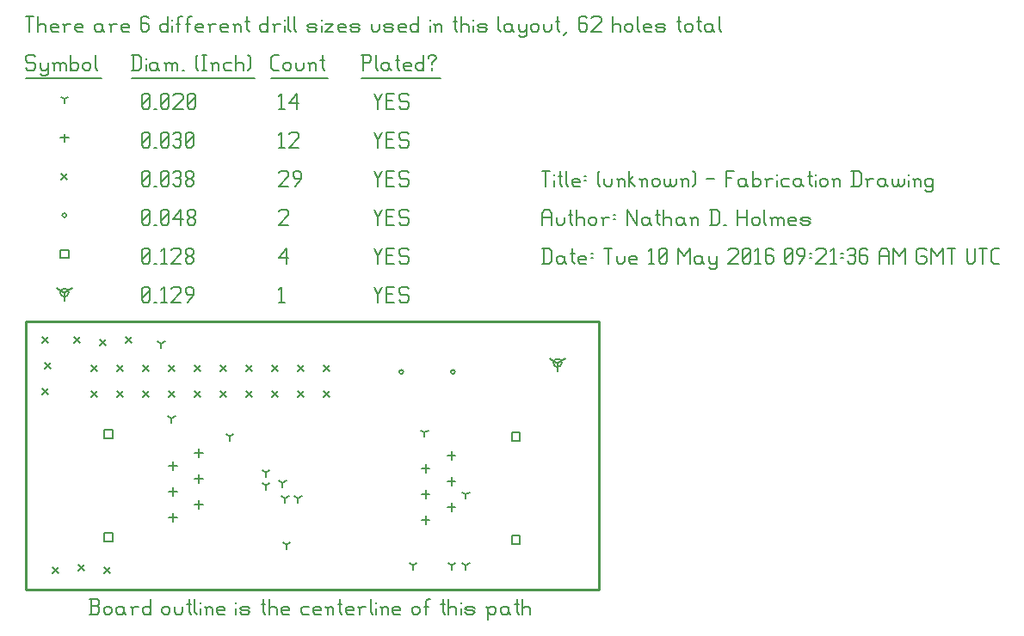
<source format=gbr>
G04 start of page 12 for group -3984 idx -3984 *
G04 Title: (unknown), fab *
G04 Creator: pcb 20140316 *
G04 CreationDate: Tue 10 May 2016 09:21:36 AM GMT UTC *
G04 For: ndholmes *
G04 Format: Gerber/RS-274X *
G04 PCB-Dimensions (mil): 2220.00 1040.00 *
G04 PCB-Coordinate-Origin: lower left *
%MOIN*%
%FSLAX25Y25*%
%LNFAB*%
%ADD87C,0.0100*%
%ADD86C,0.0075*%
%ADD85C,0.0060*%
%ADD84C,0.0001*%
%ADD83R,0.0080X0.0080*%
G54D83*X206000Y88000D02*Y84800D01*
G54D84*G36*
X205454Y88147D02*X208920Y90146D01*
X209320Y89453D01*
X205853Y87454D01*
X205454Y88147D01*
G37*
G36*
X206147Y87454D02*X202680Y89453D01*
X203080Y90146D01*
X206546Y88147D01*
X206147Y87454D01*
G37*
G54D83*X204400Y88000D02*G75*G03X207600Y88000I1600J0D01*G01*
G75*G03X204400Y88000I-1600J0D01*G01*
X15000Y115250D02*Y112050D01*
G54D84*G36*
X14454Y115397D02*X17920Y117396D01*
X18320Y116703D01*
X14853Y114704D01*
X14454Y115397D01*
G37*
G36*
X15147Y114704D02*X11680Y116703D01*
X12080Y117396D01*
X15546Y115397D01*
X15147Y114704D01*
G37*
G54D83*X13400Y115250D02*G75*G03X16600Y115250I1600J0D01*G01*
G75*G03X13400Y115250I-1600J0D01*G01*
G54D85*X135000Y117500D02*X136500Y114500D01*
X138000Y117500D01*
X136500Y114500D02*Y111500D01*
X139800Y114800D02*X142050D01*
X139800Y111500D02*X142800D01*
X139800Y117500D02*Y111500D01*
Y117500D02*X142800D01*
X147600D02*X148350Y116750D01*
X145350Y117500D02*X147600D01*
X144600Y116750D02*X145350Y117500D01*
X144600Y116750D02*Y115250D01*
X145350Y114500D01*
X147600D01*
X148350Y113750D01*
Y112250D01*
X147600Y111500D02*X148350Y112250D01*
X145350Y111500D02*X147600D01*
X144600Y112250D02*X145350Y111500D01*
X98000Y116300D02*X99200Y117500D01*
Y111500D01*
X98000D02*X100250D01*
X45000Y112250D02*X45750Y111500D01*
X45000Y116750D02*Y112250D01*
Y116750D02*X45750Y117500D01*
X47250D01*
X48000Y116750D01*
Y112250D01*
X47250Y111500D02*X48000Y112250D01*
X45750Y111500D02*X47250D01*
X45000Y113000D02*X48000Y116000D01*
X49800Y111500D02*X50550D01*
X52350Y116300D02*X53550Y117500D01*
Y111500D01*
X52350D02*X54600D01*
X56400Y116750D02*X57150Y117500D01*
X59400D01*
X60150Y116750D01*
Y115250D01*
X56400Y111500D02*X60150Y115250D01*
X56400Y111500D02*X60150D01*
X62700D02*X64950Y114500D01*
Y116750D02*Y114500D01*
X64200Y117500D02*X64950Y116750D01*
X62700Y117500D02*X64200D01*
X61950Y116750D02*X62700Y117500D01*
X61950Y116750D02*Y115250D01*
X62700Y114500D01*
X64950D01*
X188325Y21100D02*X191525D01*
X188325D02*Y17900D01*
X191525D01*
Y21100D02*Y17900D01*
X188325Y61100D02*X191525D01*
X188325D02*Y57900D01*
X191525D01*
Y61100D02*Y57900D01*
X30400Y62100D02*X33600D01*
X30400D02*Y58900D01*
X33600D01*
Y62100D02*Y58900D01*
X30400Y22100D02*X33600D01*
X30400D02*Y18900D01*
X33600D01*
Y22100D02*Y18900D01*
X13400Y131850D02*X16600D01*
X13400D02*Y128650D01*
X16600D01*
Y131850D02*Y128650D01*
X135000Y132500D02*X136500Y129500D01*
X138000Y132500D01*
X136500Y129500D02*Y126500D01*
X139800Y129800D02*X142050D01*
X139800Y126500D02*X142800D01*
X139800Y132500D02*Y126500D01*
Y132500D02*X142800D01*
X147600D02*X148350Y131750D01*
X145350Y132500D02*X147600D01*
X144600Y131750D02*X145350Y132500D01*
X144600Y131750D02*Y130250D01*
X145350Y129500D01*
X147600D01*
X148350Y128750D01*
Y127250D01*
X147600Y126500D02*X148350Y127250D01*
X145350Y126500D02*X147600D01*
X144600Y127250D02*X145350Y126500D01*
X98000Y128750D02*X101000Y132500D01*
X98000Y128750D02*X101750D01*
X101000Y132500D02*Y126500D01*
X45000Y127250D02*X45750Y126500D01*
X45000Y131750D02*Y127250D01*
Y131750D02*X45750Y132500D01*
X47250D01*
X48000Y131750D01*
Y127250D01*
X47250Y126500D02*X48000Y127250D01*
X45750Y126500D02*X47250D01*
X45000Y128000D02*X48000Y131000D01*
X49800Y126500D02*X50550D01*
X52350Y131300D02*X53550Y132500D01*
Y126500D01*
X52350D02*X54600D01*
X56400Y131750D02*X57150Y132500D01*
X59400D01*
X60150Y131750D01*
Y130250D01*
X56400Y126500D02*X60150Y130250D01*
X56400Y126500D02*X60150D01*
X61950Y127250D02*X62700Y126500D01*
X61950Y128450D02*Y127250D01*
Y128450D02*X63000Y129500D01*
X63900D01*
X64950Y128450D01*
Y127250D01*
X64200Y126500D02*X64950Y127250D01*
X62700Y126500D02*X64200D01*
X61950Y130550D02*X63000Y129500D01*
X61950Y131750D02*Y130550D01*
Y131750D02*X62700Y132500D01*
X64200D01*
X64950Y131750D01*
Y130550D01*
X63900Y129500D02*X64950Y130550D01*
X164700Y84500D02*G75*G03X166300Y84500I800J0D01*G01*
G75*G03X164700Y84500I-800J0D01*G01*
X144700D02*G75*G03X146300Y84500I800J0D01*G01*
G75*G03X144700Y84500I-800J0D01*G01*
X14200Y145250D02*G75*G03X15800Y145250I800J0D01*G01*
G75*G03X14200Y145250I-800J0D01*G01*
X135000Y147500D02*X136500Y144500D01*
X138000Y147500D01*
X136500Y144500D02*Y141500D01*
X139800Y144800D02*X142050D01*
X139800Y141500D02*X142800D01*
X139800Y147500D02*Y141500D01*
Y147500D02*X142800D01*
X147600D02*X148350Y146750D01*
X145350Y147500D02*X147600D01*
X144600Y146750D02*X145350Y147500D01*
X144600Y146750D02*Y145250D01*
X145350Y144500D01*
X147600D01*
X148350Y143750D01*
Y142250D01*
X147600Y141500D02*X148350Y142250D01*
X145350Y141500D02*X147600D01*
X144600Y142250D02*X145350Y141500D01*
X98000Y146750D02*X98750Y147500D01*
X101000D01*
X101750Y146750D01*
Y145250D01*
X98000Y141500D02*X101750Y145250D01*
X98000Y141500D02*X101750D01*
X45000Y142250D02*X45750Y141500D01*
X45000Y146750D02*Y142250D01*
Y146750D02*X45750Y147500D01*
X47250D01*
X48000Y146750D01*
Y142250D01*
X47250Y141500D02*X48000Y142250D01*
X45750Y141500D02*X47250D01*
X45000Y143000D02*X48000Y146000D01*
X49800Y141500D02*X50550D01*
X52350Y142250D02*X53100Y141500D01*
X52350Y146750D02*Y142250D01*
Y146750D02*X53100Y147500D01*
X54600D01*
X55350Y146750D01*
Y142250D01*
X54600Y141500D02*X55350Y142250D01*
X53100Y141500D02*X54600D01*
X52350Y143000D02*X55350Y146000D01*
X57150Y143750D02*X60150Y147500D01*
X57150Y143750D02*X60900D01*
X60150Y147500D02*Y141500D01*
X62700Y142250D02*X63450Y141500D01*
X62700Y143450D02*Y142250D01*
Y143450D02*X63750Y144500D01*
X64650D01*
X65700Y143450D01*
Y142250D01*
X64950Y141500D02*X65700Y142250D01*
X63450Y141500D02*X64950D01*
X62700Y145550D02*X63750Y144500D01*
X62700Y146750D02*Y145550D01*
Y146750D02*X63450Y147500D01*
X64950D01*
X65700Y146750D01*
Y145550D01*
X64650Y144500D02*X65700Y145550D01*
X25300Y77200D02*X27700Y74800D01*
X25300D02*X27700Y77200D01*
X35300D02*X37700Y74800D01*
X35300D02*X37700Y77200D01*
X45300D02*X47700Y74800D01*
X45300D02*X47700Y77200D01*
X55300D02*X57700Y74800D01*
X55300D02*X57700Y77200D01*
X65300D02*X67700Y74800D01*
X65300D02*X67700Y77200D01*
X75300D02*X77700Y74800D01*
X75300D02*X77700Y77200D01*
X85300D02*X87700Y74800D01*
X85300D02*X87700Y77200D01*
X95300D02*X97700Y74800D01*
X95300D02*X97700Y77200D01*
X105300D02*X107700Y74800D01*
X105300D02*X107700Y77200D01*
X115300D02*X117700Y74800D01*
X115300D02*X117700Y77200D01*
X25300Y87200D02*X27700Y84800D01*
X25300D02*X27700Y87200D01*
X35300D02*X37700Y84800D01*
X35300D02*X37700Y87200D01*
X45300D02*X47700Y84800D01*
X45300D02*X47700Y87200D01*
X55300D02*X57700Y84800D01*
X55300D02*X57700Y87200D01*
X65300D02*X67700Y84800D01*
X65300D02*X67700Y87200D01*
X75300D02*X77700Y84800D01*
X75300D02*X77700Y87200D01*
X85300D02*X87700Y84800D01*
X85300D02*X87700Y87200D01*
X95300D02*X97700Y84800D01*
X95300D02*X97700Y87200D01*
X105300D02*X107700Y84800D01*
X105300D02*X107700Y87200D01*
X115300D02*X117700Y84800D01*
X115300D02*X117700Y87200D01*
X38800Y98200D02*X41200Y95800D01*
X38800D02*X41200Y98200D01*
X28800Y97200D02*X31200Y94800D01*
X28800D02*X31200Y97200D01*
X18800Y98200D02*X21200Y95800D01*
X18800D02*X21200Y98200D01*
X6300Y78200D02*X8700Y75800D01*
X6300D02*X8700Y78200D01*
X7300Y88200D02*X9700Y85800D01*
X7300D02*X9700Y88200D01*
X6300Y98200D02*X8700Y95800D01*
X6300D02*X8700Y98200D01*
X10300Y8700D02*X12700Y6300D01*
X10300D02*X12700Y8700D01*
X20300Y9700D02*X22700Y7300D01*
X20300D02*X22700Y9700D01*
X30300Y8700D02*X32700Y6300D01*
X30300D02*X32700Y8700D01*
X13800Y161450D02*X16200Y159050D01*
X13800D02*X16200Y161450D01*
X135000Y162500D02*X136500Y159500D01*
X138000Y162500D01*
X136500Y159500D02*Y156500D01*
X139800Y159800D02*X142050D01*
X139800Y156500D02*X142800D01*
X139800Y162500D02*Y156500D01*
Y162500D02*X142800D01*
X147600D02*X148350Y161750D01*
X145350Y162500D02*X147600D01*
X144600Y161750D02*X145350Y162500D01*
X144600Y161750D02*Y160250D01*
X145350Y159500D01*
X147600D01*
X148350Y158750D01*
Y157250D01*
X147600Y156500D02*X148350Y157250D01*
X145350Y156500D02*X147600D01*
X144600Y157250D02*X145350Y156500D01*
X98000Y161750D02*X98750Y162500D01*
X101000D01*
X101750Y161750D01*
Y160250D01*
X98000Y156500D02*X101750Y160250D01*
X98000Y156500D02*X101750D01*
X104300D02*X106550Y159500D01*
Y161750D02*Y159500D01*
X105800Y162500D02*X106550Y161750D01*
X104300Y162500D02*X105800D01*
X103550Y161750D02*X104300Y162500D01*
X103550Y161750D02*Y160250D01*
X104300Y159500D01*
X106550D01*
X45000Y157250D02*X45750Y156500D01*
X45000Y161750D02*Y157250D01*
Y161750D02*X45750Y162500D01*
X47250D01*
X48000Y161750D01*
Y157250D01*
X47250Y156500D02*X48000Y157250D01*
X45750Y156500D02*X47250D01*
X45000Y158000D02*X48000Y161000D01*
X49800Y156500D02*X50550D01*
X52350Y157250D02*X53100Y156500D01*
X52350Y161750D02*Y157250D01*
Y161750D02*X53100Y162500D01*
X54600D01*
X55350Y161750D01*
Y157250D01*
X54600Y156500D02*X55350Y157250D01*
X53100Y156500D02*X54600D01*
X52350Y158000D02*X55350Y161000D01*
X57150Y161750D02*X57900Y162500D01*
X59400D01*
X60150Y161750D01*
X59400Y156500D02*X60150Y157250D01*
X57900Y156500D02*X59400D01*
X57150Y157250D02*X57900Y156500D01*
Y159800D02*X59400D01*
X60150Y161750D02*Y160550D01*
Y159050D02*Y157250D01*
Y159050D02*X59400Y159800D01*
X60150Y160550D02*X59400Y159800D01*
X61950Y157250D02*X62700Y156500D01*
X61950Y158450D02*Y157250D01*
Y158450D02*X63000Y159500D01*
X63900D01*
X64950Y158450D01*
Y157250D01*
X64200Y156500D02*X64950Y157250D01*
X62700Y156500D02*X64200D01*
X61950Y160550D02*X63000Y159500D01*
X61950Y161750D02*Y160550D01*
Y161750D02*X62700Y162500D01*
X64200D01*
X64950Y161750D01*
Y160550D01*
X63900Y159500D02*X64950Y160550D01*
X154925Y28600D02*Y25400D01*
X153325Y27000D02*X156525D01*
X164925Y33600D02*Y30400D01*
X163325Y32000D02*X166525D01*
X154925Y38600D02*Y35400D01*
X153325Y37000D02*X156525D01*
X164925Y43600D02*Y40400D01*
X163325Y42000D02*X166525D01*
X154925Y48600D02*Y45400D01*
X153325Y47000D02*X156525D01*
X164925Y53600D02*Y50400D01*
X163325Y52000D02*X166525D01*
X67000Y54600D02*Y51400D01*
X65400Y53000D02*X68600D01*
X57000Y49600D02*Y46400D01*
X55400Y48000D02*X58600D01*
X67000Y44600D02*Y41400D01*
X65400Y43000D02*X68600D01*
X57000Y39600D02*Y36400D01*
X55400Y38000D02*X58600D01*
X67000Y34600D02*Y31400D01*
X65400Y33000D02*X68600D01*
X57000Y29600D02*Y26400D01*
X55400Y28000D02*X58600D01*
X15000Y176850D02*Y173650D01*
X13400Y175250D02*X16600D01*
X135000Y177500D02*X136500Y174500D01*
X138000Y177500D01*
X136500Y174500D02*Y171500D01*
X139800Y174800D02*X142050D01*
X139800Y171500D02*X142800D01*
X139800Y177500D02*Y171500D01*
Y177500D02*X142800D01*
X147600D02*X148350Y176750D01*
X145350Y177500D02*X147600D01*
X144600Y176750D02*X145350Y177500D01*
X144600Y176750D02*Y175250D01*
X145350Y174500D01*
X147600D01*
X148350Y173750D01*
Y172250D01*
X147600Y171500D02*X148350Y172250D01*
X145350Y171500D02*X147600D01*
X144600Y172250D02*X145350Y171500D01*
X98000Y176300D02*X99200Y177500D01*
Y171500D01*
X98000D02*X100250D01*
X102050Y176750D02*X102800Y177500D01*
X105050D01*
X105800Y176750D01*
Y175250D01*
X102050Y171500D02*X105800Y175250D01*
X102050Y171500D02*X105800D01*
X45000Y172250D02*X45750Y171500D01*
X45000Y176750D02*Y172250D01*
Y176750D02*X45750Y177500D01*
X47250D01*
X48000Y176750D01*
Y172250D01*
X47250Y171500D02*X48000Y172250D01*
X45750Y171500D02*X47250D01*
X45000Y173000D02*X48000Y176000D01*
X49800Y171500D02*X50550D01*
X52350Y172250D02*X53100Y171500D01*
X52350Y176750D02*Y172250D01*
Y176750D02*X53100Y177500D01*
X54600D01*
X55350Y176750D01*
Y172250D01*
X54600Y171500D02*X55350Y172250D01*
X53100Y171500D02*X54600D01*
X52350Y173000D02*X55350Y176000D01*
X57150Y176750D02*X57900Y177500D01*
X59400D01*
X60150Y176750D01*
X59400Y171500D02*X60150Y172250D01*
X57900Y171500D02*X59400D01*
X57150Y172250D02*X57900Y171500D01*
Y174800D02*X59400D01*
X60150Y176750D02*Y175550D01*
Y174050D02*Y172250D01*
Y174050D02*X59400Y174800D01*
X60150Y175550D02*X59400Y174800D01*
X61950Y172250D02*X62700Y171500D01*
X61950Y176750D02*Y172250D01*
Y176750D02*X62700Y177500D01*
X64200D01*
X64950Y176750D01*
Y172250D01*
X64200Y171500D02*X64950Y172250D01*
X62700Y171500D02*X64200D01*
X61950Y173000D02*X64950Y176000D01*
X154500Y61000D02*Y59400D01*
Y61000D02*X155887Y61800D01*
X154500Y61000D02*X153113Y61800D01*
X105500Y35500D02*Y33900D01*
Y35500D02*X106887Y36300D01*
X105500Y35500D02*X104113Y36300D01*
X101000Y17500D02*Y15900D01*
Y17500D02*X102387Y18300D01*
X101000Y17500D02*X99613Y18300D01*
X150000Y9500D02*Y7900D01*
Y9500D02*X151387Y10300D01*
X150000Y9500D02*X148613Y10300D01*
X52500Y95500D02*Y93900D01*
Y95500D02*X53887Y96300D01*
X52500Y95500D02*X51113Y96300D01*
X56500Y66500D02*Y64900D01*
Y66500D02*X57887Y67300D01*
X56500Y66500D02*X55113Y67300D01*
X100500Y35500D02*Y33900D01*
Y35500D02*X101887Y36300D01*
X100500Y35500D02*X99113Y36300D01*
X170500Y37000D02*Y35400D01*
Y37000D02*X171887Y37800D01*
X170500Y37000D02*X169113Y37800D01*
X165000Y9500D02*Y7900D01*
Y9500D02*X166387Y10300D01*
X165000Y9500D02*X163613Y10300D01*
X170500Y9500D02*Y7900D01*
Y9500D02*X171887Y10300D01*
X170500Y9500D02*X169113Y10300D01*
X99500Y41500D02*Y39900D01*
Y41500D02*X100887Y42300D01*
X99500Y41500D02*X98113Y42300D01*
X93000Y40500D02*Y38900D01*
Y40500D02*X94387Y41300D01*
X93000Y40500D02*X91613Y41300D01*
X93000Y45500D02*Y43900D01*
Y45500D02*X94387Y46300D01*
X93000Y45500D02*X91613Y46300D01*
X79000Y59500D02*Y57900D01*
Y59500D02*X80387Y60300D01*
X79000Y59500D02*X77613Y60300D01*
X15000Y190250D02*Y188650D01*
Y190250D02*X16387Y191050D01*
X15000Y190250D02*X13613Y191050D01*
X135000Y192500D02*X136500Y189500D01*
X138000Y192500D01*
X136500Y189500D02*Y186500D01*
X139800Y189800D02*X142050D01*
X139800Y186500D02*X142800D01*
X139800Y192500D02*Y186500D01*
Y192500D02*X142800D01*
X147600D02*X148350Y191750D01*
X145350Y192500D02*X147600D01*
X144600Y191750D02*X145350Y192500D01*
X144600Y191750D02*Y190250D01*
X145350Y189500D01*
X147600D01*
X148350Y188750D01*
Y187250D01*
X147600Y186500D02*X148350Y187250D01*
X145350Y186500D02*X147600D01*
X144600Y187250D02*X145350Y186500D01*
X98000Y191300D02*X99200Y192500D01*
Y186500D01*
X98000D02*X100250D01*
X102050Y188750D02*X105050Y192500D01*
X102050Y188750D02*X105800D01*
X105050Y192500D02*Y186500D01*
X45000Y187250D02*X45750Y186500D01*
X45000Y191750D02*Y187250D01*
Y191750D02*X45750Y192500D01*
X47250D01*
X48000Y191750D01*
Y187250D01*
X47250Y186500D02*X48000Y187250D01*
X45750Y186500D02*X47250D01*
X45000Y188000D02*X48000Y191000D01*
X49800Y186500D02*X50550D01*
X52350Y187250D02*X53100Y186500D01*
X52350Y191750D02*Y187250D01*
Y191750D02*X53100Y192500D01*
X54600D01*
X55350Y191750D01*
Y187250D01*
X54600Y186500D02*X55350Y187250D01*
X53100Y186500D02*X54600D01*
X52350Y188000D02*X55350Y191000D01*
X57150Y191750D02*X57900Y192500D01*
X60150D01*
X60900Y191750D01*
Y190250D01*
X57150Y186500D02*X60900Y190250D01*
X57150Y186500D02*X60900D01*
X62700Y187250D02*X63450Y186500D01*
X62700Y191750D02*Y187250D01*
Y191750D02*X63450Y192500D01*
X64950D01*
X65700Y191750D01*
Y187250D01*
X64950Y186500D02*X65700Y187250D01*
X63450Y186500D02*X64950D01*
X62700Y188000D02*X65700Y191000D01*
X3000Y207500D02*X3750Y206750D01*
X750Y207500D02*X3000D01*
X0Y206750D02*X750Y207500D01*
X0Y206750D02*Y205250D01*
X750Y204500D01*
X3000D01*
X3750Y203750D01*
Y202250D01*
X3000Y201500D02*X3750Y202250D01*
X750Y201500D02*X3000D01*
X0Y202250D02*X750Y201500D01*
X5550Y204500D02*Y202250D01*
X6300Y201500D01*
X8550Y204500D02*Y200000D01*
X7800Y199250D02*X8550Y200000D01*
X6300Y199250D02*X7800D01*
X5550Y200000D02*X6300Y199250D01*
Y201500D02*X7800D01*
X8550Y202250D01*
X11100Y203750D02*Y201500D01*
Y203750D02*X11850Y204500D01*
X12600D01*
X13350Y203750D01*
Y201500D01*
Y203750D02*X14100Y204500D01*
X14850D01*
X15600Y203750D01*
Y201500D01*
X10350Y204500D02*X11100Y203750D01*
X17400Y207500D02*Y201500D01*
Y202250D02*X18150Y201500D01*
X19650D01*
X20400Y202250D01*
Y203750D02*Y202250D01*
X19650Y204500D02*X20400Y203750D01*
X18150Y204500D02*X19650D01*
X17400Y203750D02*X18150Y204500D01*
X22200Y203750D02*Y202250D01*
Y203750D02*X22950Y204500D01*
X24450D01*
X25200Y203750D01*
Y202250D01*
X24450Y201500D02*X25200Y202250D01*
X22950Y201500D02*X24450D01*
X22200Y202250D02*X22950Y201500D01*
X27000Y207500D02*Y202250D01*
X27750Y201500D01*
X0Y198250D02*X29250D01*
X41750Y207500D02*Y201500D01*
X43700Y207500D02*X44750Y206450D01*
Y202550D01*
X43700Y201500D02*X44750Y202550D01*
X41000Y201500D02*X43700D01*
X41000Y207500D02*X43700D01*
G54D86*X46550Y206000D02*Y205850D01*
G54D85*Y203750D02*Y201500D01*
X50300Y204500D02*X51050Y203750D01*
X48800Y204500D02*X50300D01*
X48050Y203750D02*X48800Y204500D01*
X48050Y203750D02*Y202250D01*
X48800Y201500D01*
X51050Y204500D02*Y202250D01*
X51800Y201500D01*
X48800D02*X50300D01*
X51050Y202250D01*
X54350Y203750D02*Y201500D01*
Y203750D02*X55100Y204500D01*
X55850D01*
X56600Y203750D01*
Y201500D01*
Y203750D02*X57350Y204500D01*
X58100D01*
X58850Y203750D01*
Y201500D01*
X53600Y204500D02*X54350Y203750D01*
X60650Y201500D02*X61400D01*
X65900Y202250D02*X66650Y201500D01*
X65900Y206750D02*X66650Y207500D01*
X65900Y206750D02*Y202250D01*
X68450Y207500D02*X69950D01*
X69200D02*Y201500D01*
X68450D02*X69950D01*
X72500Y203750D02*Y201500D01*
Y203750D02*X73250Y204500D01*
X74000D01*
X74750Y203750D01*
Y201500D01*
X71750Y204500D02*X72500Y203750D01*
X77300Y204500D02*X79550D01*
X76550Y203750D02*X77300Y204500D01*
X76550Y203750D02*Y202250D01*
X77300Y201500D01*
X79550D01*
X81350Y207500D02*Y201500D01*
Y203750D02*X82100Y204500D01*
X83600D01*
X84350Y203750D01*
Y201500D01*
X86150Y207500D02*X86900Y206750D01*
Y202250D01*
X86150Y201500D02*X86900Y202250D01*
X41000Y198250D02*X88700D01*
X96050Y201500D02*X98000D01*
X95000Y202550D02*X96050Y201500D01*
X95000Y206450D02*Y202550D01*
Y206450D02*X96050Y207500D01*
X98000D01*
X99800Y203750D02*Y202250D01*
Y203750D02*X100550Y204500D01*
X102050D01*
X102800Y203750D01*
Y202250D01*
X102050Y201500D02*X102800Y202250D01*
X100550Y201500D02*X102050D01*
X99800Y202250D02*X100550Y201500D01*
X104600Y204500D02*Y202250D01*
X105350Y201500D01*
X106850D01*
X107600Y202250D01*
Y204500D02*Y202250D01*
X110150Y203750D02*Y201500D01*
Y203750D02*X110900Y204500D01*
X111650D01*
X112400Y203750D01*
Y201500D01*
X109400Y204500D02*X110150Y203750D01*
X114950Y207500D02*Y202250D01*
X115700Y201500D01*
X114200Y205250D02*X115700D01*
X95000Y198250D02*X117200D01*
X130750Y207500D02*Y201500D01*
X130000Y207500D02*X133000D01*
X133750Y206750D01*
Y205250D01*
X133000Y204500D02*X133750Y205250D01*
X130750Y204500D02*X133000D01*
X135550Y207500D02*Y202250D01*
X136300Y201500D01*
X140050Y204500D02*X140800Y203750D01*
X138550Y204500D02*X140050D01*
X137800Y203750D02*X138550Y204500D01*
X137800Y203750D02*Y202250D01*
X138550Y201500D01*
X140800Y204500D02*Y202250D01*
X141550Y201500D01*
X138550D02*X140050D01*
X140800Y202250D01*
X144100Y207500D02*Y202250D01*
X144850Y201500D01*
X143350Y205250D02*X144850D01*
X147100Y201500D02*X149350D01*
X146350Y202250D02*X147100Y201500D01*
X146350Y203750D02*Y202250D01*
Y203750D02*X147100Y204500D01*
X148600D01*
X149350Y203750D01*
X146350Y203000D02*X149350D01*
Y203750D02*Y203000D01*
X154150Y207500D02*Y201500D01*
X153400D02*X154150Y202250D01*
X151900Y201500D02*X153400D01*
X151150Y202250D02*X151900Y201500D01*
X151150Y203750D02*Y202250D01*
Y203750D02*X151900Y204500D01*
X153400D01*
X154150Y203750D01*
X157450Y204500D02*Y203750D01*
Y202250D02*Y201500D01*
X155950Y206750D02*Y206000D01*
Y206750D02*X156700Y207500D01*
X158200D01*
X158950Y206750D01*
Y206000D01*
X157450Y204500D02*X158950Y206000D01*
X130000Y198250D02*X160750D01*
X0Y222500D02*X3000D01*
X1500D02*Y216500D01*
X4800Y222500D02*Y216500D01*
Y218750D02*X5550Y219500D01*
X7050D01*
X7800Y218750D01*
Y216500D01*
X10350D02*X12600D01*
X9600Y217250D02*X10350Y216500D01*
X9600Y218750D02*Y217250D01*
Y218750D02*X10350Y219500D01*
X11850D01*
X12600Y218750D01*
X9600Y218000D02*X12600D01*
Y218750D02*Y218000D01*
X15150Y218750D02*Y216500D01*
Y218750D02*X15900Y219500D01*
X17400D01*
X14400D02*X15150Y218750D01*
X19950Y216500D02*X22200D01*
X19200Y217250D02*X19950Y216500D01*
X19200Y218750D02*Y217250D01*
Y218750D02*X19950Y219500D01*
X21450D01*
X22200Y218750D01*
X19200Y218000D02*X22200D01*
Y218750D02*Y218000D01*
X28950Y219500D02*X29700Y218750D01*
X27450Y219500D02*X28950D01*
X26700Y218750D02*X27450Y219500D01*
X26700Y218750D02*Y217250D01*
X27450Y216500D01*
X29700Y219500D02*Y217250D01*
X30450Y216500D01*
X27450D02*X28950D01*
X29700Y217250D01*
X33000Y218750D02*Y216500D01*
Y218750D02*X33750Y219500D01*
X35250D01*
X32250D02*X33000Y218750D01*
X37800Y216500D02*X40050D01*
X37050Y217250D02*X37800Y216500D01*
X37050Y218750D02*Y217250D01*
Y218750D02*X37800Y219500D01*
X39300D01*
X40050Y218750D01*
X37050Y218000D02*X40050D01*
Y218750D02*Y218000D01*
X46800Y222500D02*X47550Y221750D01*
X45300Y222500D02*X46800D01*
X44550Y221750D02*X45300Y222500D01*
X44550Y221750D02*Y217250D01*
X45300Y216500D01*
X46800Y219800D02*X47550Y219050D01*
X44550Y219800D02*X46800D01*
X45300Y216500D02*X46800D01*
X47550Y217250D01*
Y219050D02*Y217250D01*
X55050Y222500D02*Y216500D01*
X54300D02*X55050Y217250D01*
X52800Y216500D02*X54300D01*
X52050Y217250D02*X52800Y216500D01*
X52050Y218750D02*Y217250D01*
Y218750D02*X52800Y219500D01*
X54300D01*
X55050Y218750D01*
G54D86*X56850Y221000D02*Y220850D01*
G54D85*Y218750D02*Y216500D01*
X59100Y221750D02*Y216500D01*
Y221750D02*X59850Y222500D01*
X60600D01*
X58350Y219500D02*X59850D01*
X62850Y221750D02*Y216500D01*
Y221750D02*X63600Y222500D01*
X64350D01*
X62100Y219500D02*X63600D01*
X66600Y216500D02*X68850D01*
X65850Y217250D02*X66600Y216500D01*
X65850Y218750D02*Y217250D01*
Y218750D02*X66600Y219500D01*
X68100D01*
X68850Y218750D01*
X65850Y218000D02*X68850D01*
Y218750D02*Y218000D01*
X71400Y218750D02*Y216500D01*
Y218750D02*X72150Y219500D01*
X73650D01*
X70650D02*X71400Y218750D01*
X76200Y216500D02*X78450D01*
X75450Y217250D02*X76200Y216500D01*
X75450Y218750D02*Y217250D01*
Y218750D02*X76200Y219500D01*
X77700D01*
X78450Y218750D01*
X75450Y218000D02*X78450D01*
Y218750D02*Y218000D01*
X81000Y218750D02*Y216500D01*
Y218750D02*X81750Y219500D01*
X82500D01*
X83250Y218750D01*
Y216500D01*
X80250Y219500D02*X81000Y218750D01*
X85800Y222500D02*Y217250D01*
X86550Y216500D01*
X85050Y220250D02*X86550D01*
X93750Y222500D02*Y216500D01*
X93000D02*X93750Y217250D01*
X91500Y216500D02*X93000D01*
X90750Y217250D02*X91500Y216500D01*
X90750Y218750D02*Y217250D01*
Y218750D02*X91500Y219500D01*
X93000D01*
X93750Y218750D01*
X96300D02*Y216500D01*
Y218750D02*X97050Y219500D01*
X98550D01*
X95550D02*X96300Y218750D01*
G54D86*X100350Y221000D02*Y220850D01*
G54D85*Y218750D02*Y216500D01*
X101850Y222500D02*Y217250D01*
X102600Y216500D01*
X104100Y222500D02*Y217250D01*
X104850Y216500D01*
X109800D02*X112050D01*
X112800Y217250D01*
X112050Y218000D02*X112800Y217250D01*
X109800Y218000D02*X112050D01*
X109050Y218750D02*X109800Y218000D01*
X109050Y218750D02*X109800Y219500D01*
X112050D01*
X112800Y218750D01*
X109050Y217250D02*X109800Y216500D01*
G54D86*X114600Y221000D02*Y220850D01*
G54D85*Y218750D02*Y216500D01*
X116100Y219500D02*X119100D01*
X116100Y216500D02*X119100Y219500D01*
X116100Y216500D02*X119100D01*
X121650D02*X123900D01*
X120900Y217250D02*X121650Y216500D01*
X120900Y218750D02*Y217250D01*
Y218750D02*X121650Y219500D01*
X123150D01*
X123900Y218750D01*
X120900Y218000D02*X123900D01*
Y218750D02*Y218000D01*
X126450Y216500D02*X128700D01*
X129450Y217250D01*
X128700Y218000D02*X129450Y217250D01*
X126450Y218000D02*X128700D01*
X125700Y218750D02*X126450Y218000D01*
X125700Y218750D02*X126450Y219500D01*
X128700D01*
X129450Y218750D01*
X125700Y217250D02*X126450Y216500D01*
X133950Y219500D02*Y217250D01*
X134700Y216500D01*
X136200D01*
X136950Y217250D01*
Y219500D02*Y217250D01*
X139500Y216500D02*X141750D01*
X142500Y217250D01*
X141750Y218000D02*X142500Y217250D01*
X139500Y218000D02*X141750D01*
X138750Y218750D02*X139500Y218000D01*
X138750Y218750D02*X139500Y219500D01*
X141750D01*
X142500Y218750D01*
X138750Y217250D02*X139500Y216500D01*
X145050D02*X147300D01*
X144300Y217250D02*X145050Y216500D01*
X144300Y218750D02*Y217250D01*
Y218750D02*X145050Y219500D01*
X146550D01*
X147300Y218750D01*
X144300Y218000D02*X147300D01*
Y218750D02*Y218000D01*
X152100Y222500D02*Y216500D01*
X151350D02*X152100Y217250D01*
X149850Y216500D02*X151350D01*
X149100Y217250D02*X149850Y216500D01*
X149100Y218750D02*Y217250D01*
Y218750D02*X149850Y219500D01*
X151350D01*
X152100Y218750D01*
G54D86*X156600Y221000D02*Y220850D01*
G54D85*Y218750D02*Y216500D01*
X158850Y218750D02*Y216500D01*
Y218750D02*X159600Y219500D01*
X160350D01*
X161100Y218750D01*
Y216500D01*
X158100Y219500D02*X158850Y218750D01*
X166350Y222500D02*Y217250D01*
X167100Y216500D01*
X165600Y220250D02*X167100D01*
X168600Y222500D02*Y216500D01*
Y218750D02*X169350Y219500D01*
X170850D01*
X171600Y218750D01*
Y216500D01*
G54D86*X173400Y221000D02*Y220850D01*
G54D85*Y218750D02*Y216500D01*
X175650D02*X177900D01*
X178650Y217250D01*
X177900Y218000D02*X178650Y217250D01*
X175650Y218000D02*X177900D01*
X174900Y218750D02*X175650Y218000D01*
X174900Y218750D02*X175650Y219500D01*
X177900D01*
X178650Y218750D01*
X174900Y217250D02*X175650Y216500D01*
X183150Y222500D02*Y217250D01*
X183900Y216500D01*
X187650Y219500D02*X188400Y218750D01*
X186150Y219500D02*X187650D01*
X185400Y218750D02*X186150Y219500D01*
X185400Y218750D02*Y217250D01*
X186150Y216500D01*
X188400Y219500D02*Y217250D01*
X189150Y216500D01*
X186150D02*X187650D01*
X188400Y217250D01*
X190950Y219500D02*Y217250D01*
X191700Y216500D01*
X193950Y219500D02*Y215000D01*
X193200Y214250D02*X193950Y215000D01*
X191700Y214250D02*X193200D01*
X190950Y215000D02*X191700Y214250D01*
Y216500D02*X193200D01*
X193950Y217250D01*
X195750Y218750D02*Y217250D01*
Y218750D02*X196500Y219500D01*
X198000D01*
X198750Y218750D01*
Y217250D01*
X198000Y216500D02*X198750Y217250D01*
X196500Y216500D02*X198000D01*
X195750Y217250D02*X196500Y216500D01*
X200550Y219500D02*Y217250D01*
X201300Y216500D01*
X202800D01*
X203550Y217250D01*
Y219500D02*Y217250D01*
X206100Y222500D02*Y217250D01*
X206850Y216500D01*
X205350Y220250D02*X206850D01*
X208350Y215000D02*X209850Y216500D01*
X216600Y222500D02*X217350Y221750D01*
X215100Y222500D02*X216600D01*
X214350Y221750D02*X215100Y222500D01*
X214350Y221750D02*Y217250D01*
X215100Y216500D01*
X216600Y219800D02*X217350Y219050D01*
X214350Y219800D02*X216600D01*
X215100Y216500D02*X216600D01*
X217350Y217250D01*
Y219050D02*Y217250D01*
X219150Y221750D02*X219900Y222500D01*
X222150D01*
X222900Y221750D01*
Y220250D01*
X219150Y216500D02*X222900Y220250D01*
X219150Y216500D02*X222900D01*
X227400Y222500D02*Y216500D01*
Y218750D02*X228150Y219500D01*
X229650D01*
X230400Y218750D01*
Y216500D01*
X232200Y218750D02*Y217250D01*
Y218750D02*X232950Y219500D01*
X234450D01*
X235200Y218750D01*
Y217250D01*
X234450Y216500D02*X235200Y217250D01*
X232950Y216500D02*X234450D01*
X232200Y217250D02*X232950Y216500D01*
X237000Y222500D02*Y217250D01*
X237750Y216500D01*
X240000D02*X242250D01*
X239250Y217250D02*X240000Y216500D01*
X239250Y218750D02*Y217250D01*
Y218750D02*X240000Y219500D01*
X241500D01*
X242250Y218750D01*
X239250Y218000D02*X242250D01*
Y218750D02*Y218000D01*
X244800Y216500D02*X247050D01*
X247800Y217250D01*
X247050Y218000D02*X247800Y217250D01*
X244800Y218000D02*X247050D01*
X244050Y218750D02*X244800Y218000D01*
X244050Y218750D02*X244800Y219500D01*
X247050D01*
X247800Y218750D01*
X244050Y217250D02*X244800Y216500D01*
X253050Y222500D02*Y217250D01*
X253800Y216500D01*
X252300Y220250D02*X253800D01*
X255300Y218750D02*Y217250D01*
Y218750D02*X256050Y219500D01*
X257550D01*
X258300Y218750D01*
Y217250D01*
X257550Y216500D02*X258300Y217250D01*
X256050Y216500D02*X257550D01*
X255300Y217250D02*X256050Y216500D01*
X260850Y222500D02*Y217250D01*
X261600Y216500D01*
X260100Y220250D02*X261600D01*
X265350Y219500D02*X266100Y218750D01*
X263850Y219500D02*X265350D01*
X263100Y218750D02*X263850Y219500D01*
X263100Y218750D02*Y217250D01*
X263850Y216500D01*
X266100Y219500D02*Y217250D01*
X266850Y216500D01*
X263850D02*X265350D01*
X266100Y217250D01*
X268650Y222500D02*Y217250D01*
X269400Y216500D01*
G54D87*X222000Y104000D02*Y0D01*
X0D01*
Y104000D01*
X222000D01*
G54D85*X24675Y-9500D02*X27675D01*
X28425Y-8750D01*
Y-6950D02*Y-8750D01*
X27675Y-6200D02*X28425Y-6950D01*
X25425Y-6200D02*X27675D01*
X25425Y-3500D02*Y-9500D01*
X24675Y-3500D02*X27675D01*
X28425Y-4250D01*
Y-5450D01*
X27675Y-6200D02*X28425Y-5450D01*
X30225Y-7250D02*Y-8750D01*
Y-7250D02*X30975Y-6500D01*
X32475D01*
X33225Y-7250D01*
Y-8750D01*
X32475Y-9500D02*X33225Y-8750D01*
X30975Y-9500D02*X32475D01*
X30225Y-8750D02*X30975Y-9500D01*
X37275Y-6500D02*X38025Y-7250D01*
X35775Y-6500D02*X37275D01*
X35025Y-7250D02*X35775Y-6500D01*
X35025Y-7250D02*Y-8750D01*
X35775Y-9500D01*
X38025Y-6500D02*Y-8750D01*
X38775Y-9500D01*
X35775D02*X37275D01*
X38025Y-8750D01*
X41325Y-7250D02*Y-9500D01*
Y-7250D02*X42075Y-6500D01*
X43575D01*
X40575D02*X41325Y-7250D01*
X48375Y-3500D02*Y-9500D01*
X47625D02*X48375Y-8750D01*
X46125Y-9500D02*X47625D01*
X45375Y-8750D02*X46125Y-9500D01*
X45375Y-7250D02*Y-8750D01*
Y-7250D02*X46125Y-6500D01*
X47625D01*
X48375Y-7250D01*
X52875D02*Y-8750D01*
Y-7250D02*X53625Y-6500D01*
X55125D01*
X55875Y-7250D01*
Y-8750D01*
X55125Y-9500D02*X55875Y-8750D01*
X53625Y-9500D02*X55125D01*
X52875Y-8750D02*X53625Y-9500D01*
X57675Y-6500D02*Y-8750D01*
X58425Y-9500D01*
X59925D01*
X60675Y-8750D01*
Y-6500D02*Y-8750D01*
X63225Y-3500D02*Y-8750D01*
X63975Y-9500D01*
X62475Y-5750D02*X63975D01*
X65475Y-3500D02*Y-8750D01*
X66225Y-9500D01*
G54D86*X67725Y-5000D02*Y-5150D01*
G54D85*Y-7250D02*Y-9500D01*
X69975Y-7250D02*Y-9500D01*
Y-7250D02*X70725Y-6500D01*
X71475D01*
X72225Y-7250D01*
Y-9500D01*
X69225Y-6500D02*X69975Y-7250D01*
X74775Y-9500D02*X77025D01*
X74025Y-8750D02*X74775Y-9500D01*
X74025Y-7250D02*Y-8750D01*
Y-7250D02*X74775Y-6500D01*
X76275D01*
X77025Y-7250D01*
X74025Y-8000D02*X77025D01*
Y-7250D02*Y-8000D01*
G54D86*X81525Y-5000D02*Y-5150D01*
G54D85*Y-7250D02*Y-9500D01*
X83775D02*X86025D01*
X86775Y-8750D01*
X86025Y-8000D02*X86775Y-8750D01*
X83775Y-8000D02*X86025D01*
X83025Y-7250D02*X83775Y-8000D01*
X83025Y-7250D02*X83775Y-6500D01*
X86025D01*
X86775Y-7250D01*
X83025Y-8750D02*X83775Y-9500D01*
X92025Y-3500D02*Y-8750D01*
X92775Y-9500D01*
X91275Y-5750D02*X92775D01*
X94275Y-3500D02*Y-9500D01*
Y-7250D02*X95025Y-6500D01*
X96525D01*
X97275Y-7250D01*
Y-9500D01*
X99825D02*X102075D01*
X99075Y-8750D02*X99825Y-9500D01*
X99075Y-7250D02*Y-8750D01*
Y-7250D02*X99825Y-6500D01*
X101325D01*
X102075Y-7250D01*
X99075Y-8000D02*X102075D01*
Y-7250D02*Y-8000D01*
X107325Y-6500D02*X109575D01*
X106575Y-7250D02*X107325Y-6500D01*
X106575Y-7250D02*Y-8750D01*
X107325Y-9500D01*
X109575D01*
X112125D02*X114375D01*
X111375Y-8750D02*X112125Y-9500D01*
X111375Y-7250D02*Y-8750D01*
Y-7250D02*X112125Y-6500D01*
X113625D01*
X114375Y-7250D01*
X111375Y-8000D02*X114375D01*
Y-7250D02*Y-8000D01*
X116925Y-7250D02*Y-9500D01*
Y-7250D02*X117675Y-6500D01*
X118425D01*
X119175Y-7250D01*
Y-9500D01*
X116175Y-6500D02*X116925Y-7250D01*
X121725Y-3500D02*Y-8750D01*
X122475Y-9500D01*
X120975Y-5750D02*X122475D01*
X124725Y-9500D02*X126975D01*
X123975Y-8750D02*X124725Y-9500D01*
X123975Y-7250D02*Y-8750D01*
Y-7250D02*X124725Y-6500D01*
X126225D01*
X126975Y-7250D01*
X123975Y-8000D02*X126975D01*
Y-7250D02*Y-8000D01*
X129525Y-7250D02*Y-9500D01*
Y-7250D02*X130275Y-6500D01*
X131775D01*
X128775D02*X129525Y-7250D01*
X133575Y-3500D02*Y-8750D01*
X134325Y-9500D01*
G54D86*X135825Y-5000D02*Y-5150D01*
G54D85*Y-7250D02*Y-9500D01*
X138075Y-7250D02*Y-9500D01*
Y-7250D02*X138825Y-6500D01*
X139575D01*
X140325Y-7250D01*
Y-9500D01*
X137325Y-6500D02*X138075Y-7250D01*
X142875Y-9500D02*X145125D01*
X142125Y-8750D02*X142875Y-9500D01*
X142125Y-7250D02*Y-8750D01*
Y-7250D02*X142875Y-6500D01*
X144375D01*
X145125Y-7250D01*
X142125Y-8000D02*X145125D01*
Y-7250D02*Y-8000D01*
X149625Y-7250D02*Y-8750D01*
Y-7250D02*X150375Y-6500D01*
X151875D01*
X152625Y-7250D01*
Y-8750D01*
X151875Y-9500D02*X152625Y-8750D01*
X150375Y-9500D02*X151875D01*
X149625Y-8750D02*X150375Y-9500D01*
X155175Y-4250D02*Y-9500D01*
Y-4250D02*X155925Y-3500D01*
X156675D01*
X154425Y-6500D02*X155925D01*
X161625Y-3500D02*Y-8750D01*
X162375Y-9500D01*
X160875Y-5750D02*X162375D01*
X163875Y-3500D02*Y-9500D01*
Y-7250D02*X164625Y-6500D01*
X166125D01*
X166875Y-7250D01*
Y-9500D01*
G54D86*X168675Y-5000D02*Y-5150D01*
G54D85*Y-7250D02*Y-9500D01*
X170925D02*X173175D01*
X173925Y-8750D01*
X173175Y-8000D02*X173925Y-8750D01*
X170925Y-8000D02*X173175D01*
X170175Y-7250D02*X170925Y-8000D01*
X170175Y-7250D02*X170925Y-6500D01*
X173175D01*
X173925Y-7250D01*
X170175Y-8750D02*X170925Y-9500D01*
X179175Y-7250D02*Y-11750D01*
X178425Y-6500D02*X179175Y-7250D01*
X179925Y-6500D01*
X181425D01*
X182175Y-7250D01*
Y-8750D01*
X181425Y-9500D02*X182175Y-8750D01*
X179925Y-9500D02*X181425D01*
X179175Y-8750D02*X179925Y-9500D01*
X186225Y-6500D02*X186975Y-7250D01*
X184725Y-6500D02*X186225D01*
X183975Y-7250D02*X184725Y-6500D01*
X183975Y-7250D02*Y-8750D01*
X184725Y-9500D01*
X186975Y-6500D02*Y-8750D01*
X187725Y-9500D01*
X184725D02*X186225D01*
X186975Y-8750D01*
X190275Y-3500D02*Y-8750D01*
X191025Y-9500D01*
X189525Y-5750D02*X191025D01*
X192525Y-3500D02*Y-9500D01*
Y-7250D02*X193275Y-6500D01*
X194775D01*
X195525Y-7250D01*
Y-9500D01*
X200750Y132500D02*Y126500D01*
X202700Y132500D02*X203750Y131450D01*
Y127550D01*
X202700Y126500D02*X203750Y127550D01*
X200000Y126500D02*X202700D01*
X200000Y132500D02*X202700D01*
X207800Y129500D02*X208550Y128750D01*
X206300Y129500D02*X207800D01*
X205550Y128750D02*X206300Y129500D01*
X205550Y128750D02*Y127250D01*
X206300Y126500D01*
X208550Y129500D02*Y127250D01*
X209300Y126500D01*
X206300D02*X207800D01*
X208550Y127250D01*
X211850Y132500D02*Y127250D01*
X212600Y126500D01*
X211100Y130250D02*X212600D01*
X214850Y126500D02*X217100D01*
X214100Y127250D02*X214850Y126500D01*
X214100Y128750D02*Y127250D01*
Y128750D02*X214850Y129500D01*
X216350D01*
X217100Y128750D01*
X214100Y128000D02*X217100D01*
Y128750D02*Y128000D01*
X218900Y130250D02*X219650D01*
X218900Y128750D02*X219650D01*
X224150Y132500D02*X227150D01*
X225650D02*Y126500D01*
X228950Y129500D02*Y127250D01*
X229700Y126500D01*
X231200D01*
X231950Y127250D01*
Y129500D02*Y127250D01*
X234500Y126500D02*X236750D01*
X233750Y127250D02*X234500Y126500D01*
X233750Y128750D02*Y127250D01*
Y128750D02*X234500Y129500D01*
X236000D01*
X236750Y128750D01*
X233750Y128000D02*X236750D01*
Y128750D02*Y128000D01*
X241250Y131300D02*X242450Y132500D01*
Y126500D01*
X241250D02*X243500D01*
X245300Y127250D02*X246050Y126500D01*
X245300Y131750D02*Y127250D01*
Y131750D02*X246050Y132500D01*
X247550D01*
X248300Y131750D01*
Y127250D01*
X247550Y126500D02*X248300Y127250D01*
X246050Y126500D02*X247550D01*
X245300Y128000D02*X248300Y131000D01*
X252800Y132500D02*Y126500D01*
Y132500D02*X255050Y129500D01*
X257300Y132500D01*
Y126500D01*
X261350Y129500D02*X262100Y128750D01*
X259850Y129500D02*X261350D01*
X259100Y128750D02*X259850Y129500D01*
X259100Y128750D02*Y127250D01*
X259850Y126500D01*
X262100Y129500D02*Y127250D01*
X262850Y126500D01*
X259850D02*X261350D01*
X262100Y127250D01*
X264650Y129500D02*Y127250D01*
X265400Y126500D01*
X267650Y129500D02*Y125000D01*
X266900Y124250D02*X267650Y125000D01*
X265400Y124250D02*X266900D01*
X264650Y125000D02*X265400Y124250D01*
Y126500D02*X266900D01*
X267650Y127250D01*
X272150Y131750D02*X272900Y132500D01*
X275150D01*
X275900Y131750D01*
Y130250D01*
X272150Y126500D02*X275900Y130250D01*
X272150Y126500D02*X275900D01*
X277700Y127250D02*X278450Y126500D01*
X277700Y131750D02*Y127250D01*
Y131750D02*X278450Y132500D01*
X279950D01*
X280700Y131750D01*
Y127250D01*
X279950Y126500D02*X280700Y127250D01*
X278450Y126500D02*X279950D01*
X277700Y128000D02*X280700Y131000D01*
X282500Y131300D02*X283700Y132500D01*
Y126500D01*
X282500D02*X284750D01*
X288800Y132500D02*X289550Y131750D01*
X287300Y132500D02*X288800D01*
X286550Y131750D02*X287300Y132500D01*
X286550Y131750D02*Y127250D01*
X287300Y126500D01*
X288800Y129800D02*X289550Y129050D01*
X286550Y129800D02*X288800D01*
X287300Y126500D02*X288800D01*
X289550Y127250D01*
Y129050D02*Y127250D01*
X294050D02*X294800Y126500D01*
X294050Y131750D02*Y127250D01*
Y131750D02*X294800Y132500D01*
X296300D01*
X297050Y131750D01*
Y127250D01*
X296300Y126500D02*X297050Y127250D01*
X294800Y126500D02*X296300D01*
X294050Y128000D02*X297050Y131000D01*
X299600Y126500D02*X301850Y129500D01*
Y131750D02*Y129500D01*
X301100Y132500D02*X301850Y131750D01*
X299600Y132500D02*X301100D01*
X298850Y131750D02*X299600Y132500D01*
X298850Y131750D02*Y130250D01*
X299600Y129500D01*
X301850D01*
X303650Y130250D02*X304400D01*
X303650Y128750D02*X304400D01*
X306200Y131750D02*X306950Y132500D01*
X309200D01*
X309950Y131750D01*
Y130250D01*
X306200Y126500D02*X309950Y130250D01*
X306200Y126500D02*X309950D01*
X311750Y131300D02*X312950Y132500D01*
Y126500D01*
X311750D02*X314000D01*
X315800Y130250D02*X316550D01*
X315800Y128750D02*X316550D01*
X318350Y131750D02*X319100Y132500D01*
X320600D01*
X321350Y131750D01*
X320600Y126500D02*X321350Y127250D01*
X319100Y126500D02*X320600D01*
X318350Y127250D02*X319100Y126500D01*
Y129800D02*X320600D01*
X321350Y131750D02*Y130550D01*
Y129050D02*Y127250D01*
Y129050D02*X320600Y129800D01*
X321350Y130550D02*X320600Y129800D01*
X325400Y132500D02*X326150Y131750D01*
X323900Y132500D02*X325400D01*
X323150Y131750D02*X323900Y132500D01*
X323150Y131750D02*Y127250D01*
X323900Y126500D01*
X325400Y129800D02*X326150Y129050D01*
X323150Y129800D02*X325400D01*
X323900Y126500D02*X325400D01*
X326150Y127250D01*
Y129050D02*Y127250D01*
X330650Y131000D02*Y126500D01*
Y131000D02*X331700Y132500D01*
X333350D01*
X334400Y131000D01*
Y126500D01*
X330650Y129500D02*X334400D01*
X336200Y132500D02*Y126500D01*
Y132500D02*X338450Y129500D01*
X340700Y132500D01*
Y126500D01*
X348200Y132500D02*X348950Y131750D01*
X345950Y132500D02*X348200D01*
X345200Y131750D02*X345950Y132500D01*
X345200Y131750D02*Y127250D01*
X345950Y126500D01*
X348200D01*
X348950Y127250D01*
Y128750D02*Y127250D01*
X348200Y129500D02*X348950Y128750D01*
X346700Y129500D02*X348200D01*
X350750Y132500D02*Y126500D01*
Y132500D02*X353000Y129500D01*
X355250Y132500D01*
Y126500D01*
X357050Y132500D02*X360050D01*
X358550D02*Y126500D01*
X364550Y132500D02*Y127250D01*
X365300Y126500D01*
X366800D01*
X367550Y127250D01*
Y132500D02*Y127250D01*
X369350Y132500D02*X372350D01*
X370850D02*Y126500D01*
X375200D02*X377150D01*
X374150Y127550D02*X375200Y126500D01*
X374150Y131450D02*Y127550D01*
Y131450D02*X375200Y132500D01*
X377150D01*
X200000Y146000D02*Y141500D01*
Y146000D02*X201050Y147500D01*
X202700D01*
X203750Y146000D01*
Y141500D01*
X200000Y144500D02*X203750D01*
X205550D02*Y142250D01*
X206300Y141500D01*
X207800D01*
X208550Y142250D01*
Y144500D02*Y142250D01*
X211100Y147500D02*Y142250D01*
X211850Y141500D01*
X210350Y145250D02*X211850D01*
X213350Y147500D02*Y141500D01*
Y143750D02*X214100Y144500D01*
X215600D01*
X216350Y143750D01*
Y141500D01*
X218150Y143750D02*Y142250D01*
Y143750D02*X218900Y144500D01*
X220400D01*
X221150Y143750D01*
Y142250D01*
X220400Y141500D02*X221150Y142250D01*
X218900Y141500D02*X220400D01*
X218150Y142250D02*X218900Y141500D01*
X223700Y143750D02*Y141500D01*
Y143750D02*X224450Y144500D01*
X225950D01*
X222950D02*X223700Y143750D01*
X227750Y145250D02*X228500D01*
X227750Y143750D02*X228500D01*
X233000Y147500D02*Y141500D01*
Y147500D02*X236750Y141500D01*
Y147500D02*Y141500D01*
X240800Y144500D02*X241550Y143750D01*
X239300Y144500D02*X240800D01*
X238550Y143750D02*X239300Y144500D01*
X238550Y143750D02*Y142250D01*
X239300Y141500D01*
X241550Y144500D02*Y142250D01*
X242300Y141500D01*
X239300D02*X240800D01*
X241550Y142250D01*
X244850Y147500D02*Y142250D01*
X245600Y141500D01*
X244100Y145250D02*X245600D01*
X247100Y147500D02*Y141500D01*
Y143750D02*X247850Y144500D01*
X249350D01*
X250100Y143750D01*
Y141500D01*
X254150Y144500D02*X254900Y143750D01*
X252650Y144500D02*X254150D01*
X251900Y143750D02*X252650Y144500D01*
X251900Y143750D02*Y142250D01*
X252650Y141500D01*
X254900Y144500D02*Y142250D01*
X255650Y141500D01*
X252650D02*X254150D01*
X254900Y142250D01*
X258200Y143750D02*Y141500D01*
Y143750D02*X258950Y144500D01*
X259700D01*
X260450Y143750D01*
Y141500D01*
X257450Y144500D02*X258200Y143750D01*
X265700Y147500D02*Y141500D01*
X267650Y147500D02*X268700Y146450D01*
Y142550D01*
X267650Y141500D02*X268700Y142550D01*
X264950Y141500D02*X267650D01*
X264950Y147500D02*X267650D01*
X270500Y141500D02*X271250D01*
X275750Y147500D02*Y141500D01*
X279500Y147500D02*Y141500D01*
X275750Y144500D02*X279500D01*
X281300Y143750D02*Y142250D01*
Y143750D02*X282050Y144500D01*
X283550D01*
X284300Y143750D01*
Y142250D01*
X283550Y141500D02*X284300Y142250D01*
X282050Y141500D02*X283550D01*
X281300Y142250D02*X282050Y141500D01*
X286100Y147500D02*Y142250D01*
X286850Y141500D01*
X289100Y143750D02*Y141500D01*
Y143750D02*X289850Y144500D01*
X290600D01*
X291350Y143750D01*
Y141500D01*
Y143750D02*X292100Y144500D01*
X292850D01*
X293600Y143750D01*
Y141500D01*
X288350Y144500D02*X289100Y143750D01*
X296150Y141500D02*X298400D01*
X295400Y142250D02*X296150Y141500D01*
X295400Y143750D02*Y142250D01*
Y143750D02*X296150Y144500D01*
X297650D01*
X298400Y143750D01*
X295400Y143000D02*X298400D01*
Y143750D02*Y143000D01*
X300950Y141500D02*X303200D01*
X303950Y142250D01*
X303200Y143000D02*X303950Y142250D01*
X300950Y143000D02*X303200D01*
X300200Y143750D02*X300950Y143000D01*
X300200Y143750D02*X300950Y144500D01*
X303200D01*
X303950Y143750D01*
X300200Y142250D02*X300950Y141500D01*
X200000Y162500D02*X203000D01*
X201500D02*Y156500D01*
G54D86*X204800Y161000D02*Y160850D01*
G54D85*Y158750D02*Y156500D01*
X207050Y162500D02*Y157250D01*
X207800Y156500D01*
X206300Y160250D02*X207800D01*
X209300Y162500D02*Y157250D01*
X210050Y156500D01*
X212300D02*X214550D01*
X211550Y157250D02*X212300Y156500D01*
X211550Y158750D02*Y157250D01*
Y158750D02*X212300Y159500D01*
X213800D01*
X214550Y158750D01*
X211550Y158000D02*X214550D01*
Y158750D02*Y158000D01*
X216350Y160250D02*X217100D01*
X216350Y158750D02*X217100D01*
X221600Y157250D02*X222350Y156500D01*
X221600Y161750D02*X222350Y162500D01*
X221600Y161750D02*Y157250D01*
X224150Y159500D02*Y157250D01*
X224900Y156500D01*
X226400D01*
X227150Y157250D01*
Y159500D02*Y157250D01*
X229700Y158750D02*Y156500D01*
Y158750D02*X230450Y159500D01*
X231200D01*
X231950Y158750D01*
Y156500D01*
X228950Y159500D02*X229700Y158750D01*
X233750Y162500D02*Y156500D01*
Y158750D02*X236000Y156500D01*
X233750Y158750D02*X235250Y160250D01*
X238550Y158750D02*Y156500D01*
Y158750D02*X239300Y159500D01*
X240050D01*
X240800Y158750D01*
Y156500D01*
X237800Y159500D02*X238550Y158750D01*
X242600D02*Y157250D01*
Y158750D02*X243350Y159500D01*
X244850D01*
X245600Y158750D01*
Y157250D01*
X244850Y156500D02*X245600Y157250D01*
X243350Y156500D02*X244850D01*
X242600Y157250D02*X243350Y156500D01*
X247400Y159500D02*Y157250D01*
X248150Y156500D01*
X248900D01*
X249650Y157250D01*
Y159500D02*Y157250D01*
X250400Y156500D01*
X251150D01*
X251900Y157250D01*
Y159500D02*Y157250D01*
X254450Y158750D02*Y156500D01*
Y158750D02*X255200Y159500D01*
X255950D01*
X256700Y158750D01*
Y156500D01*
X253700Y159500D02*X254450Y158750D01*
X258500Y162500D02*X259250Y161750D01*
Y157250D01*
X258500Y156500D02*X259250Y157250D01*
X263750Y159500D02*X266750D01*
X271250Y162500D02*Y156500D01*
Y162500D02*X274250D01*
X271250Y159800D02*X273500D01*
X278300Y159500D02*X279050Y158750D01*
X276800Y159500D02*X278300D01*
X276050Y158750D02*X276800Y159500D01*
X276050Y158750D02*Y157250D01*
X276800Y156500D01*
X279050Y159500D02*Y157250D01*
X279800Y156500D01*
X276800D02*X278300D01*
X279050Y157250D01*
X281600Y162500D02*Y156500D01*
Y157250D02*X282350Y156500D01*
X283850D01*
X284600Y157250D01*
Y158750D02*Y157250D01*
X283850Y159500D02*X284600Y158750D01*
X282350Y159500D02*X283850D01*
X281600Y158750D02*X282350Y159500D01*
X287150Y158750D02*Y156500D01*
Y158750D02*X287900Y159500D01*
X289400D01*
X286400D02*X287150Y158750D01*
G54D86*X291200Y161000D02*Y160850D01*
G54D85*Y158750D02*Y156500D01*
X293450Y159500D02*X295700D01*
X292700Y158750D02*X293450Y159500D01*
X292700Y158750D02*Y157250D01*
X293450Y156500D01*
X295700D01*
X299750Y159500D02*X300500Y158750D01*
X298250Y159500D02*X299750D01*
X297500Y158750D02*X298250Y159500D01*
X297500Y158750D02*Y157250D01*
X298250Y156500D01*
X300500Y159500D02*Y157250D01*
X301250Y156500D01*
X298250D02*X299750D01*
X300500Y157250D01*
X303800Y162500D02*Y157250D01*
X304550Y156500D01*
X303050Y160250D02*X304550D01*
G54D86*X306050Y161000D02*Y160850D01*
G54D85*Y158750D02*Y156500D01*
X307550Y158750D02*Y157250D01*
Y158750D02*X308300Y159500D01*
X309800D01*
X310550Y158750D01*
Y157250D01*
X309800Y156500D02*X310550Y157250D01*
X308300Y156500D02*X309800D01*
X307550Y157250D02*X308300Y156500D01*
X313100Y158750D02*Y156500D01*
Y158750D02*X313850Y159500D01*
X314600D01*
X315350Y158750D01*
Y156500D01*
X312350Y159500D02*X313100Y158750D01*
X320600Y162500D02*Y156500D01*
X322550Y162500D02*X323600Y161450D01*
Y157550D01*
X322550Y156500D02*X323600Y157550D01*
X319850Y156500D02*X322550D01*
X319850Y162500D02*X322550D01*
X326150Y158750D02*Y156500D01*
Y158750D02*X326900Y159500D01*
X328400D01*
X325400D02*X326150Y158750D01*
X332450Y159500D02*X333200Y158750D01*
X330950Y159500D02*X332450D01*
X330200Y158750D02*X330950Y159500D01*
X330200Y158750D02*Y157250D01*
X330950Y156500D01*
X333200Y159500D02*Y157250D01*
X333950Y156500D01*
X330950D02*X332450D01*
X333200Y157250D01*
X335750Y159500D02*Y157250D01*
X336500Y156500D01*
X337250D01*
X338000Y157250D01*
Y159500D02*Y157250D01*
X338750Y156500D01*
X339500D01*
X340250Y157250D01*
Y159500D02*Y157250D01*
G54D86*X342050Y161000D02*Y160850D01*
G54D85*Y158750D02*Y156500D01*
X344300Y158750D02*Y156500D01*
Y158750D02*X345050Y159500D01*
X345800D01*
X346550Y158750D01*
Y156500D01*
X343550Y159500D02*X344300Y158750D01*
X350600Y159500D02*X351350Y158750D01*
X349100Y159500D02*X350600D01*
X348350Y158750D02*X349100Y159500D01*
X348350Y158750D02*Y157250D01*
X349100Y156500D01*
X350600D01*
X351350Y157250D01*
X348350Y155000D02*X349100Y154250D01*
X350600D01*
X351350Y155000D01*
Y159500D02*Y155000D01*
M02*

</source>
